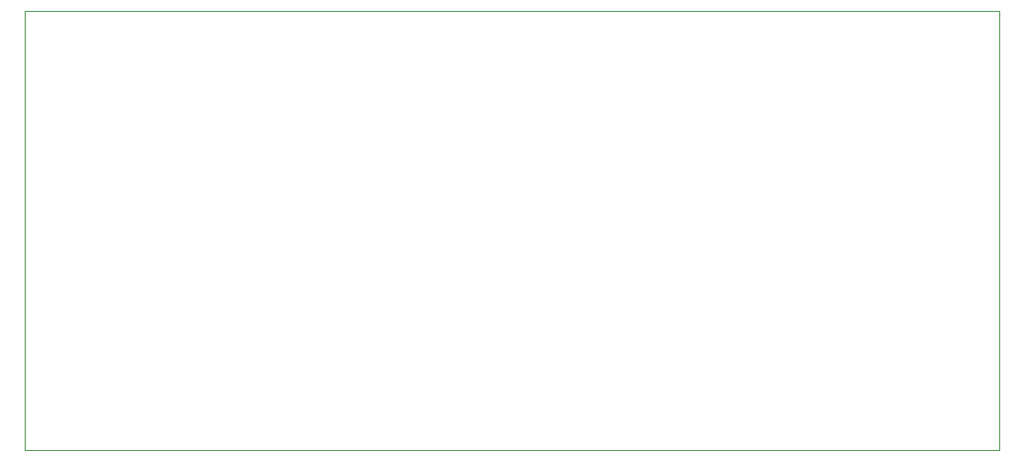
<source format=gbr>
G75*
G70*
%OFA0B0*%
%FSLAX24Y24*%
%IPPOS*%
%LPD*%
%AMOC8*
5,1,8,0,0,1.08239X$1,22.5*
%
%ADD10C,0.0000*%
D10*
X009260Y014268D02*
X009260Y030263D01*
X044752Y030263D01*
X044752Y014268D01*
X009260Y014268D01*
M02*

</source>
